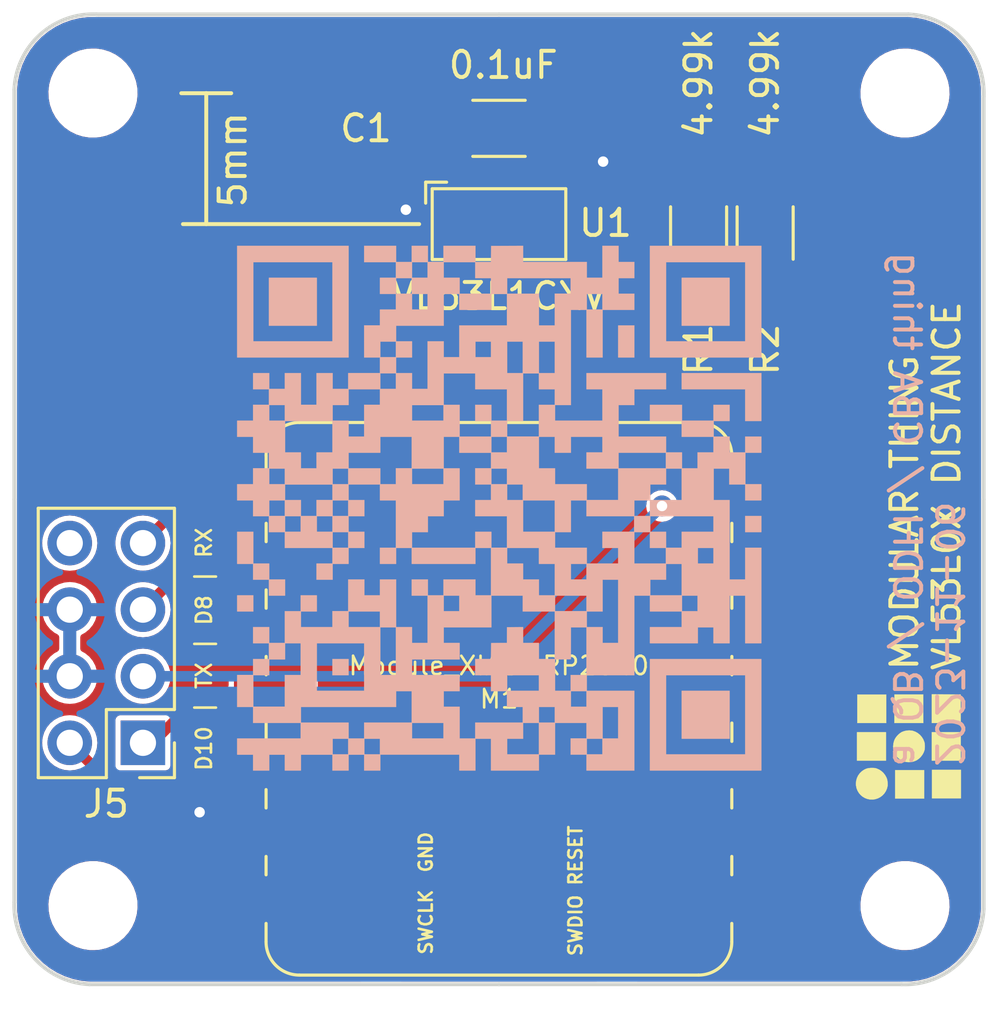
<source format=kicad_pcb>
(kicad_pcb (version 20221018) (generator pcbnew)
  (layers (0 "F.Cu" signal) (31 "B.Cu" signal) (34 "B.Paste" user) (35 "F.Paste" user) (36 "B.SilkS" user "B.Silkscreen") (37 "F.SilkS" user "F.Silkscreen") (38 "B.Mask" user) (39 "F.Mask" user) (44 "Edge.Cuts" user))
  (net 0 "")
  (net 1 "PWR_GND")
  (net 2 "B_P3")
  (net 3 "B_P2")
  (net 10 "PWR_5V")
  (net 11 "PWR_3V3")
  (net 13 "B_TX")
  (net 14 "B_RX")
  (net 18 "XSHUT")
  (net 19 "SDA")
  (net 20 "SCL")
  (footprint "fab:C_1206" (layer "F.Cu") (at 139.7 49.346)
    (fp_text reference "C1" (at -5.08 0) (layer "F.SilkS"))
    (fp_text value "0.1uF" (at 0.165 -2.413) (layer "F.SilkS"))
    (fp_line (start -1 -1.07) (end 1 -1.07) (stroke (width 0.12)) (layer "F.SilkS"))
    (fp_line (start 1 1.07) (end -1 1.07) (stroke (width 0.12)) (layer "F.SilkS"))
    (pad "1" smd rect (at -2 0) (size 2 1.7) (layers "F.Cu" "F.Paste" "F.Mask") (net 11 "PWR_3V3"))
    (pad "2" smd rect (at 2 0) (size 2 1.7) (layers "F.Cu" "F.Paste" "F.Mask") (net 1 "PWR_GND"))
  )
  (footprint "fab:cba_logo" (layer "F.Cu") (at 155.2448 72.7964 90)
    (fp_text reference "Ref**" hide)
    (fp_text value "Val**" hide)
    (fp_poly (pts (xy -1.035539 0.683846) (xy -2.119923 0.683846) (xy -2.119923 -0.420077) (xy -1.035539 -0.420077) (xy -1.035539 0.683846)) (stroke (width 0.01)) (fill solid) (layer "F.SilkS"))
    (fp_poly (pts (xy -1.02577 2.090615) (xy -2.110154 2.090615) (xy -2.110154 0.986692) (xy -1.02577 0.986692) (xy -1.02577 2.090615)) (stroke (width 0.01)) (fill solid) (layer "F.SilkS"))
    (fp_poly (pts (xy 0.410307 -0.77177) (xy -0.674077 -0.77177) (xy -0.674077 -1.875693) (xy 0.410307 -1.875693) (xy 0.410307 -0.77177)) (stroke (width 0.01)) (fill solid) (layer "F.SilkS"))
    (fp_poly (pts (xy 0.410307 2.080846) (xy -0.674077 2.080846) (xy -0.674077 0.976923) (xy 0.410307 0.976923) (xy 0.410307 2.080846)) (stroke (width 0.01)) (fill solid) (layer "F.SilkS"))
    (fp_poly (pts (xy 1.846384 -0.762) (xy 0.762 -0.762) (xy 0.762 -1.865923) (xy 1.846384 -1.865923) (xy 1.846384 -0.762)) (stroke (width 0.01)) (fill solid) (layer "F.SilkS"))
    (fp_poly (pts (xy 1.306634 -0.447025) (xy 1.851269 -0.4445) (xy 1.851269 0.649654) (xy 1.306634 0.652178) (xy 0.762 0.654702) (xy 0.762 -0.449549) (xy 1.306634 -0.447025)) (stroke (width 0.01)) (fill solid) (layer "F.SilkS"))
    (fp_poly (pts (xy 1.853793 1.526442) (xy 1.851269 2.075961) (xy 1.306634 2.078486) (xy 0.762 2.08101) (xy 0.762 0.976923) (xy 1.856316 0.976923) (xy 1.853793 1.526442)) (stroke (width 0.01)) (fill solid) (layer "F.SilkS"))
    (fp_poly (pts (xy -0.027594 -0.488456) (xy 0.077413 -0.461512) (xy 0.144669 -0.433755) (xy 0.20451 -0.398305) (xy 0.266002 -0.350078) (xy 0.324369 -0.293761) (xy 0.374838 -0.234044) (xy 0.412635 -0.175615) (xy 0.417742 -0.165561) (xy 0.451366 -0.077559) (xy 0.4721 0.01787) (xy 0.47931 0.115021) (xy 0.472361 0.20819) (xy 0.463891 0.249505) (xy 0.428741 0.349184) (xy 0.376966 0.441105) (xy 0.31063 0.523203) (xy 0.231801 0.593412) (xy 0.142544 0.649666) (xy 0.044923 0.6899) (xy 0.015043 0.698353) (xy -0.035395 0.706964) (xy -0.097099 0.711312) (xy -0.16232 0.711367) (xy -0.223309 0.707101) (xy -0.268654 0.699425) (xy -0.359662 0.667708) (xy -0.447212 0.619718) (xy -0.527704 0.55836) (xy -0.597539 0.486537) (xy -0.653117 0.407155) (xy -0.669595 0.375932) (xy -0.707633 0.275842) (xy -0.727671 0.173482) (xy -0.73034 0.071011) (xy -0.716273 -0.029412) (xy -0.686101 -0.125627) (xy -0.640457 -0.215473) (xy -0.579972 -0.296793) (xy -0.505278 -0.367425) (xy -0.438752 -0.413009) (xy -0.341622 -0.4592) (xy -0.239276 -0.487223) (xy -0.133878 -0.497) (xy -0.027594 -0.488456)) (stroke (width 0.01)) (fill solid) (layer "F.SilkS"))
    (fp_poly (pts (xy -1.443678 -1.907812) (xy -1.340482 -1.880233) (xy -1.245195 -1.835411) (xy -1.159291 -1.774131) (xy -1.084246 -1.697181) (xy -1.047616 -1.647692) (xy -1.006623 -1.578729) (xy -0.97832 -1.511231) (xy -0.961095 -1.439539) (xy -0.953336 -1.357995) (xy -0.9525 -1.313962) (xy -0.953208 -1.257758) (xy -0.955849 -1.214841) (xy -0.961205 -1.178991) (xy -0.970055 -1.143992) (xy -0.976334 -1.123953) (xy -1.016905 -1.030516) (xy -1.073892 -0.944372) (xy -1.144792 -0.867928) (xy -1.227101 -0.803593) (xy -1.318317 -0.753778) (xy -1.387231 -0.728508) (xy -1.426509 -0.719984) (xy -1.477194 -0.713168) (xy -1.532184 -0.7086) (xy -1.58438 -0.70682) (xy -1.62668 -0.708368) (xy -1.636346 -0.709557) (xy -1.74056 -0.73508) (xy -1.83672 -0.777211) (xy -1.923254 -0.834238) (xy -1.99859 -0.904448) (xy -2.061155 -0.986127) (xy -2.109377 -1.077564) (xy -2.141683 -1.177044) (xy -2.156093 -1.275716) (xy -2.153584 -1.382159) (xy -2.133399 -1.483428) (xy -2.097033 -1.577929) (xy -2.045984 -1.664069) (xy -1.981749 -1.740255) (xy -1.905824 -1.804893) (xy -1.819706 -1.85639) (xy -1.724891 -1.893153) (xy -1.622877 -1.913588) (xy -1.553308 -1.917361) (xy -1.443678 -1.907812)) (stroke (width 0.01)) (fill solid) (layer "F.SilkS"))
  )
  (footprint "fab:Mounting_NEMA17" (layer "F.Cu") (at 139.7 63.5)
    (fp_text reference "REF**" hide)
    (fp_text value "Mounting_NEMA17" hide)
    (pad "" np_thru_hole circle locked (at -15.5 -15.5) (size 3.2 3.2) (drill 3.2) (layers "F&B.Cu" "*.Mask"))
    (pad "" np_thru_hole circle locked (at -15.5 15.5) (size 3.2 3.2) (drill 3.2) (layers "F&B.Cu" "*.Mask"))
    (pad "" np_thru_hole circle locked (at 15.5 -15.5) (size 3.2 3.2) (drill 3.2) (layers "F&B.Cu" "*.Mask"))
    (pad "" np_thru_hole circle locked (at 15.5 15.5) (size 3.2 3.2) (drill 3.2) (layers "F&B.Cu" "*.Mask"))
  )
  (footprint "fab:SeeedStudio_XIAO_RP2040_SMD" (layer "F.Cu") (at 139.7 71.12 180)
    (fp_text reference "M1" (at 0 0 unlocked) (layer "F.SilkS") (effects (font (size 0.7 0.7) (thickness 0.1))))
    (fp_text value "Module_XIAO-RP2040" (at 0.005 1.27 unlocked) (layer "F.SilkS") (effects (font (size 0.7 0.7) (thickness 0.1))))
    (fp_text user "SWCLK" (at 2.794 -8.509 90 unlocked) (layer "F.SilkS") (effects (font (size 0.5 0.5) (thickness 0.1) bold)))
    (fp_text user "GND" (at 2.794 -5.842 90 unlocked) (layer "F.SilkS") (effects (font (size 0.5 0.5) (thickness 0.1) bold)))
    (fp_text user "SWDIO" (at -2.921 -8.636 90 unlocked) (layer "F.SilkS") (effects (font (size 0.5 0.5) (thickness 0.1) bold)))
    (fp_text user "RESET" (at -2.921 -5.969 90 unlocked) (layer "F.SilkS") (effects (font (size 0.5 0.5) (thickness 0.1) bold)))
    (fp_line (start -8.89 -0.9144) (end -8.89 -1.6156) (stroke (width 0.12)) (layer "F.SilkS"))
    (fp_line (start -8.89 1.6256) (end -8.89 0.9244) (stroke (width 0.12)) (layer "F.SilkS"))
    (fp_line (start -8.89 4.1656) (end -8.89 3.4644) (stroke (width 0.12)) (layer "F.SilkS"))
    (fp_line (start -8.89 6.7056) (end -8.89 6.0044) (stroke (width 0.12)) (layer "F.SilkS"))
    (fp_line (start -8.89 9.281) (end -8.89 8.5798) (stroke (width 0.12)) (layer "F.SilkS"))
    (fp_line (start -8.8875 -8.5598) (end -8.8875 -9.261) (stroke (width 0.12)) (layer "F.SilkS"))
    (fp_line (start -8.8875 -6.7056) (end -8.8875 -6.0044) (stroke (width 0.12)) (layer "F.SilkS"))
    (fp_line (start -8.8875 -3.4544) (end -8.8875 -4.1556) (stroke (width 0.12)) (layer "F.SilkS"))
    (fp_line (start -7.6175 -10.531) (end 7.6225 -10.531) (stroke (width 0.12)) (layer "F.SilkS"))
    (fp_line (start 7.6225 10.551) (end -7.6175 10.551) (stroke (width 0.12)) (layer "F.SilkS"))
    (fp_line (start 8.89 -0.9144) (end 8.89 -1.6156) (stroke (width 0.12)) (layer "F.SilkS"))
    (fp_line (start 8.89 1.6256) (end 8.89 0.9244) (stroke (width 0.12)) (layer "F.SilkS"))
    (fp_line (start 8.89 4.1656) (end 8.89 3.4644) (stroke (width 0.12)) (layer "F.SilkS"))
    (fp_line (start 8.89 6.7056) (end 8.89 6.0044) (stroke (width 0.12)) (layer "F.SilkS"))
    (fp_line (start 8.89 9.281) (end 8.89 8.5798) (stroke (width 0.12)) (layer "F.SilkS"))
    (fp_line (start 8.8925 -8.5598) (end 8.8925 -9.261) (stroke (width 0.12)) (layer "F.SilkS"))
    (fp_line (start 8.8925 -6.7056) (end 8.8925 -6.0044) (stroke (width 0.12)) (layer "F.SilkS"))
    (fp_line (start 8.8925 -3.4544) (end 8.8925 -4.1556) (stroke (width 0.12)) (layer "F.SilkS"))
    (fp_arc (start -8.8875 -9.261) (mid -8.515526 -10.159026) (end -7.6175 -10.531) (stroke (width 0.12)) (layer "F.SilkS"))
    (fp_arc (start -7.6175 10.551) (mid -8.515526 10.179026) (end -8.8875 9.281) (stroke (width 0.12)) (layer "F.SilkS"))
    (fp_arc (start 7.6225 -10.531) (mid 8.520526 -10.159026) (end 8.8925 -9.261) (stroke (width 0.12)) (layer "F.SilkS"))
    (fp_arc (start 8.8925 9.281) (mid 8.520526 10.179026) (end 7.6225 10.551) (stroke (width 0.12)) (layer "F.SilkS"))
    (pad "1" smd rect (at -7.615 -7.62 180) (size 3 1.6) (drill (offset -1 0)) (layers "F.Cu" "F.Paste" "F.Mask"))
    (pad "2" smd rect (at -7.615 -5.08 180) (size 3 1.6) (drill (offset -1 0)) (layers "F.Cu" "F.Paste" "F.Mask"))
    (pad "3" smd rect (at -7.615 -2.54 180) (size 3 1.6) (drill (offset -1 0)) (layers "F.Cu" "F.Paste" "F.Mask"))
    (pad "4" smd rect (at -7.615 0 180) (size 3 1.6) (drill (offset -1 0)) (layers "F.Cu" "F.Paste" "F.Mask") (net 18 "XSHUT"))
    (pad "5" smd rect (at -7.615 2.54 180) (size 3 1.6) (drill (offset -1 0)) (layers "F.Cu" "F.Paste" "F.Mask") (net 19 "SDA"))
    (pad "6" smd rect (at -7.615 5.08 180) (size 3 1.6) (drill (offset -1 0)) (layers "F.Cu" "F.Paste" "F.Mask") (net 20 "SCL"))
    (pad "7" smd rect (at -7.615 7.62 180) (size 3 1.6) (drill (offset -1 0)) (layers "F.Cu" "F.Paste" "F.Mask") (net 13 "B_TX"))
    (pad "8" smd rect (at 7.62 7.62 180) (size 3 1.6) (drill (offset 1 0)) (layers "F.Cu" "F.Paste" "F.Mask") (net 14 "B_RX"))
    (pad "9" smd rect (at 7.62 5.08 180) (size 3 1.6) (drill (offset 1 0)) (layers "F.Cu" "F.Paste" "F.Mask") (net 3 "B_P2"))
    (pad "10" smd rect (at 7.62 2.54 180) (size 3 1.6) (drill (offset 1 0)) (layers "F.Cu" "F.Paste" "F.Mask"))
    (pad "11" smd rect (at 7.62 0 180) (size 3 1.6) (drill (offset 1 0)) (layers "F.Cu" "F.Paste" "F.Mask") (net 2 "B_P3"))
    (pad "12" smd rect (at 7.62 -2.54 180) (size 3 1.6) (drill (offset 1 0)) (layers "F.Cu" "F.Paste" "F.Mask") (net 11 "PWR_3V3"))
    (pad "13" smd rect (at 7.62 -5.08 180) (size 3 1.6) (drill (offset 1 0)) (layers "F.Cu" "F.Paste" "F.Mask") (net 1 "PWR_GND"))
    (pad "14" smd rect (at 7.62 -7.62 180) (size 3 1.6) (drill (offset 1 0)) (layers "F.Cu" "F.Paste" "F.Mask") (net 10 "PWR_5V"))
    (pad "15" smd rect (at 1.275 8.89 90) (size 2.4 1.2) (layers "F.Cu" "F.Paste" "F.Mask"))
    (pad "16" smd rect (at -1.265 8.89 90) (size 2.4 1.2) (layers "F.Cu" "F.Paste" "F.Mask"))
    (pad "17" smd circle (at -1.27 -8.5 180) (size 1.2 1.2) (layers "F.Cu" "F.Paste" "F.Mask"))
    (pad "18" smd circle (at -1.27 -5.96 180) (size 1.2 1.2) (layers "F.Cu" "F.Paste" "F.Mask"))
    (pad "19" smd circle (at 1.27 -5.96 180) (size 1.2 1.2) (layers "F.Cu" "F.Paste" "F.Mask"))
    (pad "20" smd circle (at 1.27 -8.5 180) (size 1.2 1.2) (layers "F.Cu" "F.Paste" "F.Mask"))
    (zone (net 0) (net_name "") (layers "F.Cu" "F.Paste" "F.Mask" "User.1") (name "USB_MECHA") (connect_pads (clearance 0)) (min_thickness 0.25)
      (keepout (tracks not_allowed) (vias not_allowed) (pads not_allowed) (copperpour not_allowed) (footprints not_allowed))
      (fill (thermal_gap 0.5) (thermal_bridge_width 0.5))
      (polygon (pts (xy 135.9 77.62) (xy 134.5 77.62) (xy 134.5 75.42) (xy 135.9 75.42)))
    )
    (zone (net 0) (net_name "") (layers "F.Cu" "F.Paste" "F.Mask" "User.1") (name "USB_MECHA") (connect_pads (clearance 0)) (min_thickness 0.25)
      (keepout (tracks not_allowed) (vias not_allowed) (pads not_allowed) (copperpour not_allowed) (footprints not_allowed))
      (fill (thermal_gap 0.5) (thermal_bridge_width 0.5))
      (polygon (pts (xy 135.9 81.67) (xy 134.5 81.67) (xy 134.5 79.62) (xy 135.9 79.62)))
    )
    (zone (net 0) (net_name "") (layers "F.Cu" "F.Paste" "F.Mask" "User.1") (name "USB_MECHA") (connect_pads (clearance 0)) (min_thickness 0.25)
      (keepout (tracks not_allowed) (vias not_allowed) (pads not_allowed) (copperpour not_allowed) (footprints not_allowed))
      (fill (thermal_gap 0.5) (thermal_bridge_width 0.5))
      (polygon (pts (xy 144.9 77.62) (xy 143.5 77.62) (xy 143.5 75.42) (xy 144.9 75.42)))
    )
    (zone (net 0) (net_name "") (layers "F.Cu" "F.Paste" "F.Mask" "User.1") (name "USB_MECHA") (connect_pads (clearance 0)) (min_thickness 0.25)
      (keepout (tracks not_allowed) (vias not_allowed) (pads not_allowed) (copperpour not_allowed) (footprints not_allowed))
      (fill (thermal_gap 0.5) (thermal_bridge_width 0.5))
      (polygon (pts (xy 144.9 81.67) (xy 143.5 81.67) (xy 143.5 79.62) (xy 144.9 79.62)))
    )
  )
  (footprint "fab:R_1206" (layer "F.Cu") (at 149.86 53.34 -90)
    (fp_text reference "R2" (at 4.445 0 90) (layer "F.SilkS"))
    (fp_text value "4.99k" (at -5.715 0 90) (layer "F.SilkS"))
    (fp_line (start -1 -1.07) (end 1 -1.07) (stroke (width 0.12)) (layer "F.SilkS"))
    (fp_line (start 1 1.07) (end -1 1.07) (stroke (width 0.12)) (layer "F.SilkS"))
    (pad "1" smd rect (at -2 0 270) (size 2 1.7) (layers "F.Cu" "F.Paste" "F.Mask") (net 11 "PWR_3V3"))
    (pad "2" smd rect (at 2 0 270) (size 2 1.7) (layers "F.Cu" "F.Paste" "F.Mask") (net 20 "SCL"))
  )
  (footprint "fab:PinHeader_2x04_P2.54mm_Vertical_pinch" (layer "F.Cu") (at 125.98 72.79 180)
    (fp_text reference "J5" (at 1.27 -2.33) (layer "F.SilkS"))
    (fp_text value "Conn_02x04_Odd_Even" hide)
    (fp_line (start -1.33 -1.33) (end 0 -1.33) (stroke (width 0.12)) (layer "F.SilkS"))
    (fp_line (start -1.33 0) (end -1.33 -1.33) (stroke (width 0.12)) (layer "F.SilkS"))
    (fp_line (start -1.33 1.27) (end -1.33 8.95) (stroke (width 0.12)) (layer "F.SilkS"))
    (fp_line (start -1.33 1.27) (end 1.27 1.27) (stroke (width 0.12)) (layer "F.SilkS"))
    (fp_line (start -1.33 8.95) (end 3.87 8.95) (stroke (width 0.12)) (layer "F.SilkS"))
    (fp_line (start 1.27 -1.33) (end 3.87 -1.33) (stroke (width 0.12)) (layer "F.SilkS"))
    (fp_line (start 1.27 1.27) (end 1.27 -1.33) (stroke (width 0.12)) (layer "F.SilkS"))
    (fp_line (start 3.87 -1.33) (end 3.87 8.95) (stroke (width 0.12)) (layer "F.SilkS"))
    (pad "1" thru_hole rect (at -0.127 0 180) (size 1.7 1.7) (drill 1) (layers "*.Cu" "*.Mask") (net 2 "B_P3"))
    (pad "2" thru_hole oval (at 2.667 0 180) (size 1.7 1.7) (drill 1) (layers "*.Cu" "*.Mask") (net 10 "PWR_5V"))
    (pad "3" thru_hole oval (at -0.127 2.54 180) (size 1.7 1.7) (drill 1) (layers "*.Cu" "*.Mask") (net 13 "B_TX"))
    (pad "4" thru_hole oval (at 2.667 2.54 180) (size 1.7 1.7) (drill 1) (layers "*.Cu" "*.Mask") (net 1 "PWR_GND"))
    (pad "5" thru_hole oval (at -0.127 5.08 180) (size 1.7 1.7) (drill 1) (layers "*.Cu" "*.Mask") (net 3 "B_P2"))
    (pad "6" thru_hole oval (at 2.667 5.08 180) (size 1.7 1.7) (drill 1) (layers "*.Cu" "*.Mask") (net 1 "PWR_GND"))
    (pad "7" thru_hole oval (at -0.127 7.62 180) (size 1.7 1.7) (drill 1) (layers "*.Cu" "*.Mask") (net 14 "B_RX"))
    (pad "8" thru_hole oval (at 2.667 7.62 180) (size 1.7 1.7) (drill 1) (layers "*.Cu" "*.Mask"))
  )
  (footprint "Sensor_Distance:ST_VL53L1x" (layer "F.Cu") (at 139.7 53)
    (fp_text reference "U1" (at 4.064 -0.041) (layer "F.SilkS"))
    (fp_text value "VL53L1CXV" (at 0 2.753) (layer "F.SilkS") (effects (font (thickness 0.15) bold)))
    (fp_line (start -2.8 -1.6) (end -2 -1.6) (stroke (width 0.12)) (layer "F.SilkS"))
    (fp_line (start -2.8 -0.8) (end -2.8 -1.6) (stroke (width 0.12)) (layer "F.SilkS"))
    (fp_line (start -2.55 -1.35) (end -2.55 1.35) (stroke (width 0.12)) (layer "F.SilkS"))
    (fp_line (start -2.55 1.35) (end 2.55 1.35) (stroke (width 0.12)) (layer "F.SilkS"))
    (fp_line (start 2.55 -1.35) (end -2.55 -1.35) (stroke (width 0.12)) (layer "F.SilkS"))
    (fp_line (start 2.55 1.35) (end 2.55 -1.35) (stroke (width 0.12)) (layer "F.SilkS"))
    (pad "1" smd roundrect (at -1.74 -0.675) (size 0.38 0.25) (layers "F.Cu" "F.Paste" "F.Mask") (net 11 "PWR_3V3"))
    (pad "1" smd roundrect (at -1.6 -0.8) (size 0.5 0.5) (layers "F.Cu" "F.Paste" "F.Mask") (net 11 "PWR_3V3"))
    (pad "2" smd roundrect (at -0.8 -0.8) (size 0.5 0.5) (layers "F.Cu" "F.Paste" "F.Mask") (net 1 "PWR_GND"))
    (pad "3" smd roundrect (at 0 -0.8) (size 0.5 0.5) (layers "F.Cu" "F.Paste" "F.Mask") (net 1 "PWR_GND"))
    (pad "4" smd roundrect (at 0.8 -0.8) (size 0.5 0.5) (layers "F.Cu" "F.Paste" "F.Mask") (net 1 "PWR_GND"))
    (pad "5" smd roundrect (at 1.6 -0.8) (size 0.5 0.5) (layers "F.Cu" "F.Paste" "F.Mask") (net 18 "XSHUT"))
    (pad "6" smd roundrect (at 1.6 0) (size 0.5 0.5) (layers "F.Cu" "F.Paste" "F.Mask") (net 1 "PWR_GND"))
    (pad "7" smd roundrect (at 1.6 0.8) (size 0.5 0.5) (layers "F.Cu" "F.Paste" "F.Mask"))
    (pad "8" smd roundrect (at 0.8 0.8) (size 0.5 0.5) (layers "F.Cu" "F.Paste" "F.Mask"))
    (pad "9" smd roundrect (at 0 0.8) (size 0.5 0.5) (layers "F.Cu" "F.Paste" "F.Mask") (net 19 "SDA"))
    (pad "10" smd roundrect (at -0.8 0.8) (size 0.5 0.5) (layers "F.Cu" "F.Paste" "F.Mask") (net 20 "SCL"))
    (pad "11" smd roundrect (at -1.6 0.8) (size 0.5 0.5) (layers "F.Cu" "F.Paste" "F.Mask") (net 11 "PWR_3V3"))
    (pad "12" smd roundrect (at -1.6 0) (size 0.5 0.5) (layers "F.Cu" "F.Paste" "F.Mask") (net 1 "PWR_GND"))
  )
  (footprint "fab:R_1206" (layer "F.Cu") (at 147.32 53.34 -90)
    (fp_text reference "R1" (at 4.445 0 90) (layer "F.SilkS"))
    (fp_text value "4.99k" (at -5.715 0 90) (layer "F.SilkS"))
    (fp_line (start -1 -1.07) (end 1 -1.07) (stroke (width 0.12)) (layer "F.SilkS"))
    (fp_line (start 1 1.07) (end -1 1.07) (stroke (width 0.12)) (layer "F.SilkS"))
    (pad "1" smd rect (at -2 0 270) (size 2 1.7) (layers "F.Cu" "F.Paste" "F.Mask") (net 11 "PWR_3V3"))
    (pad "2" smd rect (at 2 0 270) (size 2 1.7) (layers "F.Cu" "F.Paste" "F.Mask") (net 19 "SDA"))
  )
  (footprint "fab:qr_programmer" (layer "B.Cu") (at 139.7 63.5 180)
    (fp_text reference "Ref**" hide)
    (fp_text value "Val**" hide)
    (fp_poly (pts (xy -9.398 -1.250461) (xy -10.013462 -1.250461) (xy -10.013462 -0.635) (xy -9.398 -0.635) (xy -9.398 -1.250461)) (stroke (width 0.01)) (fill solid) (layer "B.SilkS"))
    (fp_poly (pts (xy -6.975231 -9.134231) (xy -8.802077 -9.134231) (xy -8.802077 -7.307384) (xy -6.975231 -7.307384) (xy -6.975231 -9.134231)) (stroke (width 0.01)) (fill solid) (layer "B.SilkS"))
    (fp_poly (pts (xy -6.975231 6.623539) (xy -8.802077 6.623539) (xy -8.802077 8.450385) (xy -6.975231 8.450385) (xy -6.975231 6.623539)) (stroke (width 0.01)) (fill solid) (layer "B.SilkS"))
    (fp_poly (pts (xy -4.552462 5.412154) (xy -5.167923 5.412154) (xy -5.167923 6.633308) (xy -4.552462 6.633308) (xy -4.552462 5.412154)) (stroke (width 0.01)) (fill solid) (layer "B.SilkS"))
    (fp_poly (pts (xy 6.359769 -6.711461) (xy 5.744307 -6.711461) (xy 5.744307 -6.096) (xy 6.359769 -6.096) (xy 6.359769 -6.711461)) (stroke (width 0.01)) (fill solid) (layer "B.SilkS"))
    (fp_poly (pts (xy 8.782538 6.623539) (xy 6.955692 6.623539) (xy 6.955692 8.450385) (xy 8.782538 8.450385) (xy 8.782538 6.623539)) (stroke (width 0.01)) (fill solid) (layer "B.SilkS"))
    (fp_poly (pts (xy 9.993923 -4.278923) (xy 9.378461 -4.278923) (xy 9.378461 -3.663461) (xy 9.993923 -3.663461) (xy 9.993923 -4.278923)) (stroke (width 0.01)) (fill solid) (layer "B.SilkS"))
    (fp_poly (pts (xy -6.975231 4.200769) (xy -9.398 4.200769) (xy -9.398 2.989385) (xy -10.013462 2.989385) (xy -10.013462 4.816231) (xy -6.975231 4.816231) (xy -6.975231 4.200769)) (stroke (width 0.01)) (fill solid) (layer "B.SilkS"))
    (fp_poly (pts (xy -5.763846 -10.345615) (xy -10.013462 -10.345615) (xy -10.013462 -6.711461) (xy -9.398 -6.711461) (xy -9.398 -9.730154) (xy -6.379308 -9.730154) (xy -6.379308 -6.711461) (xy -9.398 -6.711461) (xy -10.013462 -6.711461) (xy -10.013462 -6.096) (xy -5.763846 -6.096) (xy -5.763846 -10.345615)) (stroke (width 0.01)) (fill solid) (layer "B.SilkS"))
    (fp_poly (pts (xy -5.763846 5.412154) (xy -10.013462 5.412154) (xy -10.013462 9.046308) (xy -9.398 9.046308) (xy -9.398 6.027616) (xy -6.379308 6.027616) (xy -6.379308 9.046308) (xy -9.398 9.046308) (xy -10.013462 9.046308) (xy -10.013462 9.671539) (xy -5.763846 9.671539) (xy -5.763846 5.412154)) (stroke (width 0.01)) (fill solid) (layer "B.SilkS"))
    (fp_poly (pts (xy 9.993923 5.412154) (xy 5.744307 5.412154) (xy 5.744307 9.046308) (xy 6.359769 9.046308) (xy 6.359769 6.027616) (xy 9.378461 6.027616) (xy 9.378461 9.046308) (xy 6.359769 9.046308) (xy 5.744307 9.046308) (xy 5.744307 9.671539) (xy 9.993923 9.671539) (xy 9.993923 5.412154)) (stroke (width 0.01)) (fill solid) (layer "B.SilkS"))
    (fp_poly (pts (xy 9.993923 -2.461846) (xy 9.388231 -2.461846) (xy 9.388231 -3.067538) (xy 8.782538 -3.067538) (xy 8.782538 -3.673231) (xy 8.167077 -3.673231) (xy 8.167077 -3.057769) (xy 8.772769 -3.057769) (xy 8.772769 -2.452077) (xy 9.378461 -2.452077) (xy 9.378461 -1.240692) (xy 9.993923 -1.240692) (xy 9.993923 -2.461846)) (stroke (width 0.01)) (fill solid) (layer "B.SilkS"))
    (fp_poly (pts (xy -0.310173 9.66917) (xy 0.297961 9.666654) (xy 0.300543 9.361366) (xy 0.303124 9.056077) (xy 0.898769 9.056077) (xy 0.898769 9.671539) (xy 2.119923 9.671539) (xy 2.119923 9.056077) (xy 2.715846 9.056077) (xy 2.715846 9.671539) (xy 3.331307 9.671539) (xy 3.331307 9.056077) (xy 3.927231 9.056077) (xy 3.927231 9.671539) (xy 5.148384 9.671539) (xy 5.148384 9.046308) (xy 3.937 9.046308) (xy 3.937 8.450385) (xy 4.542692 8.450385) (xy 4.542692 7.834923) (xy 3.937 7.834923) (xy 3.937 7.239) (xy 4.542692 7.239) (xy 4.542692 6.633308) (xy 5.148384 6.633308) (xy 5.148384 5.412154) (xy 4.542692 5.412154) (xy 4.542692 4.816231) (xy 5.754077 4.816231) (xy 5.754077 4.210539) (xy 6.35 4.210539) (xy 6.35 4.816231) (xy 6.965461 4.816231) (xy 6.965461 3.604846) (xy 7.561384 3.604846) (xy 7.561384 4.816231) (xy 8.176846 4.816231) (xy 8.176846 4.210539) (xy 8.772769 4.210539) (xy 8.772769 4.816231) (xy 9.388231 4.816231) (xy 9.388231 4.200769) (xy 8.782538 4.200769) (xy 8.782538 3.604846) (xy 9.388231 3.604846) (xy 9.388231 2.999154) (xy 9.993923 2.999154) (xy 9.993923 2.383693) (xy 9.388231 2.383693) (xy 9.388231 1.778) (xy 8.782538 1.778) (xy 8.782538 1.182077) (xy 9.388231 1.182077) (xy 9.388231 0.576385) (xy 9.993923 0.576385) (xy 9.993923 -0.039077) (xy 9.388231 -0.039077) (xy 9.388231 -0.644769) (xy 8.782538 -0.644769) (xy 8.782538 -1.250461) (xy 8.176846 -1.250461) (xy 8.176846 -1.856154) (xy 6.359769 -1.856154) (xy 6.359769 -2.452077) (xy 6.965461 -2.452077) (xy 6.965461 -3.067538) (xy 6.35 -3.067538) (xy 6.35 -2.461846) (xy 5.744307 -2.461846) (xy 5.744307 -1.856154) (xy 5.138615 -1.856154) (xy 5.138615 -1.250461) (xy 5.754077 -1.250461) (xy 5.754077 -1.846384) (xy 6.35 -1.846384) (xy 6.35 -1.250461) (xy 5.754077 -1.250461) (xy 5.138615 -1.250461) (xy 5.138615 -1.240692) (xy 5.744307 -1.240692) (xy 5.744307 -0.644769) (xy 6.359769 -0.644769) (xy 6.359769 -1.240692) (xy 6.955692 -1.240692) (xy 6.955692 -0.644769) (xy 7.571154 -0.644769) (xy 7.571154 -1.240692) (xy 8.167077 -1.240692) (xy 8.167077 -0.644769) (xy 7.571154 -0.644769) (xy 6.955692 -0.644769) (xy 6.359769 -0.644769) (xy 5.744307 -0.644769) (xy 5.138615 -0.644769) (xy 5.138615 -0.039077) (xy 5.754077 -0.039077) (xy 5.754077 -0.635) (xy 6.35 -0.635) (xy 6.35 -0.039077) (xy 5.754077 -0.039077) (xy 5.138615 -0.039077) (xy 5.138615 -0.029307) (xy 5.744307 -0.029307) (xy 5.744307 0.566616) (xy 6.359769 0.566616) (xy 6.359769 -0.029307) (xy 6.965461 -0.029307) (xy 6.965461 -0.635) (xy 7.561384 -0.635) (xy 7.561384 -0.039077) (xy 8.176846 -0.039077) (xy 8.176846 -0.635) (xy 8.772769 -0.635) (xy 8.772769 -0.039077) (xy 8.176846 -0.039077) (xy 7.561384 -0.039077) (xy 7.561384 -0.029307) (xy 8.167077 -0.029307) (xy 8.167077 0.566616) (xy 6.359769 0.566616) (xy 5.744307 0.566616) (xy 4.542692 0.566616) (xy 4.542692 -0.039077) (xy 3.937 -0.039077) (xy 3.937 -1.846384) (xy 4.542692 -1.846384) (xy 4.542692 -2.461846) (xy 3.927231 -2.461846) (xy 3.927231 -1.856154) (xy 3.331307 -1.856154) (xy 3.331307 -2.461846) (xy 0.898769 -2.461846) (xy 0.898769 -1.856154) (xy 0.302846 -1.856154) (xy 0.302846 -3.663461) (xy 0.898769 -3.663461) (xy 0.898769 -3.057769) (xy 2.119923 -3.057769) (xy 2.119923 -3.663461) (xy 2.715846 -3.663461) (xy 2.715846 -3.057769) (xy 3.331307 -3.057769) (xy 3.331307 -3.673231) (xy 2.725615 -3.673231) (xy 2.725615 -5.480538) (xy 3.321538 -5.480538) (xy 3.321538 -4.884615) (xy 3.937 -4.884615) (xy 3.937 -6.701692) (xy 4.532923 -6.701692) (xy 4.532923 -5.490307) (xy 5.148384 -5.490307) (xy 5.148384 -7.307384) (xy 6.955692 -7.307384) (xy 6.955692 -5.490307) (xy 7.571154 -5.490307) (xy 7.571154 -6.701692) (xy 8.176846 -6.701692) (xy 8.176846 -7.913077) (xy 9.378461 -7.913077) (xy 9.378461 -6.711461) (xy 8.772769 -6.711461) (xy 8.772769 -6.105769) (xy 8.167077 -6.105769) (xy 8.167077 -5.490307) (xy 7.571154 -5.490307) (xy 6.955692 -5.490307) (xy 5.148384 -5.490307) (xy 4.532923 -5.490307) (xy 4.532923 -4.884615) (xy 3.937 -4.884615) (xy 3.321538 -4.884615) (xy 3.321538 -4.874846) (xy 3.927231 -4.874846) (xy 3.927231 -4.278923) (xy 4.542692 -4.278923) (xy 4.542692 -4.874846) (xy 5.744307 -4.874846) (xy 5.744307 -4.278923) (xy 4.542692 -4.278923) (xy 3.927231 -4.278923) (xy 3.927231 -3.057769) (xy 4.542692 -3.057769) (xy 4.542692 -3.663461) (xy 5.138615 -3.663461) (xy 5.138615 -3.057769) (xy 5.754077 -3.057769) (xy 5.754077 -4.269154) (xy 6.359769 -4.269154) (xy 6.359769 -4.874846) (xy 7.561384 -4.874846) (xy 7.561384 -4.278923) (xy 6.955692 -4.278923) (xy 6.955692 -3.663461) (xy 7.571154 -3.663461) (xy 7.571154 -4.269154) (xy 8.176846 -4.269154) (xy 8.176846 -5.480538) (xy 8.772769 -5.480538) (xy 8.772769 -4.874846) (xy 9.388231 -4.874846) (xy 9.388231 -5.490307) (xy 8.782538 -5.490307) (xy 8.782538 -6.096) (xy 9.388231 -6.096) (xy 9.388231 -6.701692) (xy 9.993923 -6.701692) (xy 9.993923 -7.922846) (xy 9.388231 -7.922846) (xy 9.388231 -8.528538) (xy 7.571154 -8.528538) (xy 7.571154 -9.124461) (xy 9.993923 -9.124461) (xy 9.993923 -9.739923) (xy 9.388231 -9.739923) (xy 9.388231 -10.345615) (xy 8.772769 -10.345615) (xy 8.772769 -9.739923) (xy 8.176846 -9.739923) (xy 8.176846 -10.345615) (xy 7.561384 -10.345615) (xy 7.561384 -9.739923) (xy 6.359769 -9.739923) (xy 6.359769 -10.345615) (xy 5.744307 -10.345615) (xy 5.744307 -9.739923) (xy 5.148384 -9.739923) (xy 5.148384 -10.345615) (xy 4.532923 -10.345615) (xy 4.532923 -9.739923) (xy 1.514231 -9.739923) (xy 1.514231 -10.345615) (xy 0.898769 -10.345615) (xy 0.898769 -9.134231) (xy 4.542692 -9.134231) (xy 4.542692 -9.730154) (xy 5.138615 -9.730154) (xy 5.138615 -9.134231) (xy 5.754077 -9.134231) (xy 5.754077 -9.730154) (xy 6.35 -9.730154) (xy 6.35 -9.134231) (xy 5.754077 -9.134231) (xy 5.138615 -9.134231) (xy 4.542692 -9.134231) (xy 0.898769 -9.134231) (xy 0.302846 -9.134231) (xy 0.302846 -10.345615) (xy -1.524 -10.345615) (xy -1.524 -9.739923) (xy -2.139462 -9.739923) (xy -2.139462 -8.528538) (xy -1.524 -8.528538) (xy -1.524 -9.730154) (xy -0.312616 -9.730154) (xy -0.312616 -9.134231) (xy -0.918308 -9.134231) (xy -0.918308 -8.528538) (xy -1.524 -8.528538) (xy -2.139462 -8.528538) (xy -3.341077 -8.528538) (xy -3.341077 -9.124461) (xy -2.735385 -9.124461) (xy -2.735385 -9.739923) (xy -3.341077 -9.739923) (xy -3.341077 -10.345615) (xy -5.167923 -10.345615) (xy -5.167923 -9.134231) (xy -3.946769 -9.134231) (xy -3.946769 -9.730154) (xy -3.350846 -9.730154) (xy -3.350846 -9.134231) (xy -3.946769 -9.134231) (xy -5.167923 -9.134231) (xy -5.167923 -7.922846) (xy -4.552462 -7.922846) (xy -4.552462 -9.124461) (xy -3.956539 -9.124461) (xy -3.956539 -7.922846) (xy -2.129693 -7.922846) (xy -2.129693 -8.518769) (xy -1.524 -8.518769) (xy -1.524 -7.922846) (xy -2.129693 -7.922846) (xy -3.956539 -7.922846) (xy -4.552462 -7.922846) (xy -5.167923 -7.922846) (xy -5.167923 -7.317154) (xy -3.341077 -7.317154) (xy -3.341077 -7.913077) (xy -2.745154 -7.913077) (xy -2.745154 -7.317154) (xy -3.341077 -7.317154) (xy -5.167923 -7.317154) (xy -5.167923 -7.307384) (xy -3.350846 -7.307384) (xy -3.350846 -6.711461) (xy -5.167923 -6.711461) (xy -5.167923 -3.673231) (xy -5.763846 -3.673231) (xy -5.763846 -4.278923) (xy -6.975231 -4.278923) (xy -6.975231 -4.874846) (xy -5.763846 -4.874846) (xy -5.763846 -5.490307) (xy -7.590693 -5.490307) (xy -7.590693 -4.884615) (xy -8.186616 -4.884615) (xy -8.186616 -5.490307) (xy -8.802077 -5.490307) (xy -8.802077 -3.673231) (xy -7.580923 -3.673231) (xy -7.580923 -4.269154) (xy -6.985 -4.269154) (xy -6.985 -3.673231) (xy -7.580923 -3.673231) (xy -8.802077 -3.673231) (xy -9.398 -3.673231) (xy -9.398 -5.490307) (xy -10.013462 -5.490307) (xy -10.013462 -1.846384) (xy -9.398 -1.846384) (xy -9.398 -3.057769) (xy -8.802077 -3.057769) (xy -8.802077 -2.461846) (xy -6.975231 -2.461846) (xy -6.975231 -3.663461) (xy -5.773616 -3.663461) (xy -5.773616 -3.067538) (xy -4.552462 -3.067538) (xy -4.552462 -5.480538) (xy -3.956539 -5.480538) (xy -3.956539 -4.884615) (xy -3.341077 -4.884615) (xy -3.341077 -6.701692) (xy -2.735385 -6.701692) (xy -2.735385 -7.307384) (xy -2.139462 -7.307384) (xy -2.139462 -6.711461) (xy -1.524 -6.711461) (xy -1.524 -7.307384) (xy -0.312616 -7.307384) (xy -0.312616 -6.711461) (xy -1.524 -6.711461) (xy -2.139462 -6.711461) (xy -2.139462 -6.106051) (xy -2.439866 -6.103468) (xy -2.740269 -6.100884) (xy -2.742786 -5.49275) (xy -2.745302 -4.884615) (xy -3.341077 -4.884615) (xy -3.956539 -4.884615) (xy -3.956539 -4.874846) (xy -3.350846 -4.874846) (xy -3.350846 -4.278923) (xy -2.129693 -4.278923) (xy -2.129693 -6.096) (xy -1.524 -6.096) (xy -1.524 -5.480538) (xy -0.918308 -5.480538) (xy -0.918308 -4.874568) (xy -0.613019 -4.877149) (xy -0.307731 -4.879731) (xy -0.305148 -5.179993) (xy -0.302564 -5.480256) (xy -0.002302 -5.48284) (xy 0.297961 -5.485423) (xy 0.300543 -5.790711) (xy 0.303124 -6.096) (xy 0.908538 -6.096) (xy 0.908538 -6.711461) (xy 0.302846 -6.711461) (xy 0.302846 -7.317154) (xy -0.302846 -7.317154) (xy -0.302846 -7.922846) (xy -0.908539 -7.922846) (xy -0.908539 -8.518769) (xy 0.908538 -8.518769) (xy 0.908538 -9.124461) (xy 1.504461 -9.124461) (xy 1.504461 -8.528538) (xy 2.119923 -8.528538) (xy 2.119923 -9.124461) (xy 3.321538 -9.124461) (xy 3.321538 -8.528538) (xy 2.119923 -8.528538) (xy 1.504461 -8.528538) (xy 1.504461 -7.913077) (xy 2.110154 -7.913077) (xy 2.110154 -7.317154) (xy 3.331307 -7.317154) (xy 3.331307 -8.518769) (xy 5.148384 -8.518769) (xy 5.148384 -9.124461) (xy 5.744307 -9.124461) (xy 5.744307 -8.518769) (xy 7.561384 -8.518769) (xy 7.561384 -7.922846) (xy 3.927231 -7.922846) (xy 3.927231 -7.317154) (xy 3.331307 -7.317154) (xy 2.110154 -7.317154) (xy 1.504461 -7.317154) (xy 1.504461 -6.701692) (xy 3.321538 -6.701692) (xy 3.321538 -6.105769) (xy 1.504461 -6.105769) (xy 1.504461 -5.480538) (xy 2.110154 -5.480538) (xy 2.110154 -4.884615) (xy 0.293077 -4.884615) (xy 0.293077 -3.673231) (xy 1.514231 -3.673231) (xy 1.514231 -4.269154) (xy 2.110154 -4.269154) (xy 2.110154 -3.673231) (xy 1.514231 -3.673231) (xy 0.293077 -3.673231) (xy -0.908539 -3.673231) (xy -0.908539 -4.278923) (xy -2.129693 -4.278923) (xy -3.350846 -4.278923) (xy -3.956539 -4.278923) (xy -3.956539 -3.673231) (xy -3.341077 -3.673231) (xy -3.341077 -4.269154) (xy -2.139462 -4.269154) (xy -2.139462 -3.673231) (xy -3.341077 -3.673231) (xy -3.956539 -3.673231) (xy -3.956539 -3.067538) (xy -4.552462 -3.067538) (xy -5.773616 -3.067538) (xy -6.379308 -3.067538) (xy -6.379308 -2.461846) (xy -3.341077 -2.461846) (xy -3.341077 -3.057769) (xy -2.745154 -3.057769) (xy -2.745154 -2.461846) (xy -2.129693 -2.461846) (xy -2.129693 -3.663461) (xy -1.524 -3.663461) (xy -1.524 -3.057769) (xy -0.918308 -3.057769) (xy -0.918308 -2.452077) (xy -0.312616 -2.452077) (xy -0.312616 -1.856154) (xy -1.524 -1.856154) (xy -1.524 -2.461846) (xy -2.129693 -2.461846) (xy -2.745154 -2.461846) (xy -3.341077 -2.461846) (xy -6.379308 -2.461846) (xy -6.975231 -2.461846) (xy -8.802077 -2.461846) (xy -8.802077 -1.856154) (xy -8.186616 -1.856154) (xy -8.186616 -2.452077) (xy -7.590693 -2.452077) (xy -7.590693 -1.856154) (xy -6.369539 -1.856154) (xy -6.369539 -2.452077) (xy -5.167923 -2.452077) (xy -5.167923 -1.250461) (xy -5.763846 -1.250461) (xy -5.763846 -1.856154) (xy -6.369539 -1.856154) (xy -7.590693 -1.856154) (xy -8.186616 -1.856154) (xy -8.802077 -1.856154) (xy -8.802077 -0.644769) (xy -8.186616 -0.644769) (xy -8.186616 -1.240692) (xy -6.975231 -1.240692) (xy -6.975231 -1.846384) (xy -6.379308 -1.846384) (xy -6.379308 -1.240692) (xy -5.773616 -1.240692) (xy -5.773616 -0.644769) (xy -5.158154 -0.644769) (xy -5.158154 -1.240692) (xy -3.946769 -1.240692) (xy -3.946769 -1.856154) (xy -4.552462 -1.856154) (xy -4.552462 -2.452077) (xy -3.350846 -2.452077) (xy -3.350846 -1.846384) (xy -2.139462 -1.846384) (xy -2.139462 -1.250461) (xy -2.745154 -1.250461) (xy -2.745154 -0.039077) (xy -2.129693 -0.039077) (xy -2.129693 -1.240692) (xy -0.918308 -1.240692) (xy -0.918308 -0.644769) (xy -0.302846 -0.644769) (xy -0.302846 -1.846384) (xy 0.293077 -1.846384) (xy 0.293077 -1.240692) (xy 0.908538 -1.240692) (xy 0.908538 -1.846384) (xy 3.321538 -1.846384) (xy 3.321538 -1.250461) (xy 2.715846 -1.250461) (xy 2.715846 -0.644769) (xy 2.110154 -0.644769) (xy 2.110154 -0.039077) (xy 1.504461 -0.039077) (xy 1.504461 1.172308) (xy 2.119923 1.172308) (xy 2.119923 0.576385) (xy 3.321538 0.576385) (xy 3.321538 1.172308) (xy 2.119923 1.172308) (xy 1.504461 1.172308) (xy 1.504461 1.182077) (xy 2.110154 1.182077) (xy 2.110154 2.383693) (xy 3.331307 2.383693) (xy 3.331307 1.182077) (xy 3.937 1.182077) (xy 3.937 0.576385) (xy 4.532923 0.576385) (xy 4.532923 1.172308) (xy 5.754077 1.172308) (xy 5.754077 0.576385) (xy 6.35 0.576385) (xy 6.35 1.172308) (xy 8.176846 1.172308) (xy 8.176846 0.576385) (xy 8.772769 0.576385) (xy 8.772769 1.172308) (xy 8.176846 1.172308) (xy 6.35 1.172308) (xy 5.754077 1.172308) (xy 4.532923 1.172308) (xy 4.532923 1.182077) (xy 5.744307 1.182077) (xy 5.744307 1.778) (xy 4.532923 1.778) (xy 4.532923 2.383693) (xy 3.331307 2.383693) (xy 2.110154 2.383693) (xy 1.514231 2.383693) (xy 1.514231 1.778) (xy 0.302846 1.778) (xy 0.302846 1.182077) (xy 0.908538 1.182077) (xy 0.908538 0.566616) (xy 0.302846 0.566616) (xy 0.302846 -0.029307) (xy 0.908538 -0.029307) (xy 0.908538 -0.644769) (xy -0.302846 -0.644769) (xy -0.918308 -0.644769) (xy -0.918308 -0.039077) (xy -2.129693 -0.039077) (xy -2.745154 -0.039077) (xy -3.341077 -0.039077) (xy -3.341077 -0.644769) (xy -5.158154 -0.644769) (xy -5.773616 -0.644769) (xy -8.186616 -0.644769) (xy -8.802077 -0.644769) (xy -8.802077 -0.039077) (xy -5.763846 -0.039077) (xy -5.763846 -0.635) (xy -5.167923 -0.635) (xy -5.167923 -0.039077) (xy -5.763846 -0.039077) (xy -8.802077 -0.039077) (xy -8.802077 -0.029307) (xy -8.196385 -0.029307) (xy -8.196385 1.172308) (xy -6.975231 1.172308) (xy -6.975231 -0.029307) (xy -5.773616 -0.029307) (xy -5.773616 0.566616) (xy -6.379308 0.566616) (xy -6.379308 1.172308) (xy -4.552462 1.172308) (xy -4.552462 -0.029307) (xy -3.350846 -0.029307) (xy -3.350846 0.566616) (xy -0.908539 0.566616) (xy -0.908539 -0.029307) (xy -0.312616 -0.029307) (xy -0.312616 0.566616) (xy -0.908539 0.566616) (xy -3.350846 0.566616) (xy -3.350846 0.576385) (xy -2.139462 0.576385) (xy -2.139462 1.172308) (xy -0.302846 1.172308) (xy -0.302846 0.576385) (xy 0.293077 0.576385) (xy 0.293077 1.172308) (xy -0.302846 1.172308) (xy -2.139462 1.172308) (xy -2.139462 1.182077) (xy -1.524 1.182077) (xy -1.524 2.383693) (xy -0.302846 2.383693) (xy -0.302846 1.787769) (xy 0.293077 1.787769) (xy 0.293077 2.383693) (xy -0.302846 2.383693) (xy -1.524 2.383693) (xy -2.129693 2.383693) (xy -2.129693 1.778) (xy -2.745154 1.778) (xy -2.745154 2.383693) (xy -3.946769 2.383693) (xy -3.946769 1.787769) (xy -3.341077 1.787769) (xy -3.341077 1.172308) (xy -4.552462 1.172308) (xy -6.379308 1.172308) (xy -6.975231 1.172308) (xy -8.196385 1.172308) (xy -8.792308 1.172308) (xy -8.792308 0.566616) (xy -9.398 0.566616) (xy -9.398 -0.039077) (xy -10.013462 -0.039077) (xy -10.013462 0.576385) (xy -9.407769 0.576385) (xy -9.407769 1.778) (xy -10.013462 1.778) (xy -10.013462 2.393462) (xy -9.398 2.393462) (xy -9.398 1.787769) (xy -8.802077 1.787769) (xy -8.802077 2.393462) (xy -8.196385 2.393462) (xy -8.196385 2.989385) (xy -8.802077 2.989385) (xy -8.802077 3.604846) (xy -8.186616 3.604846) (xy -8.186616 2.999154) (xy -6.985 2.999154) (xy -6.985 3.604846) (xy -5.763846 3.604846) (xy -5.763846 2.989385) (xy -6.975231 2.989385) (xy -6.975231 2.383693) (xy -8.186616 2.383693) (xy -8.186616 1.787769) (xy -7.580923 1.787769) (xy -7.580923 1.182077) (xy -6.985 1.182077) (xy -6.985 1.778) (xy -6.369539 1.778) (xy -6.369539 1.182077) (xy -4.562231 1.182077) (xy -4.562231 1.778) (xy -6.369539 1.778) (xy -6.985 1.778) (xy -6.985 1.787769) (xy -6.379308 1.787769) (xy -6.379308 2.393462) (xy -4.562231 2.393462) (xy -4.562231 3.595077) (xy -5.167923 3.595077) (xy -5.167923 4.200769) (xy -6.379308 4.200769) (xy -6.379308 4.816231) (xy -3.341077 4.816231) (xy -3.341077 4.200769) (xy -3.946769 4.200769) (xy -3.946769 2.999154) (xy -2.139462 2.999154) (xy -2.139462 3.595077) (xy -2.745154 3.595077) (xy -2.745154 4.200769) (xy -2.129693 4.200769) (xy -2.129693 3.604846) (xy -1.524 3.604846) (xy -1.524 2.393462) (xy -0.312616 2.393462) (xy -0.312616 2.989385) (xy -0.918308 2.989385) (xy -0.918308 4.200769) (xy -0.302846 4.200769) (xy -0.302846 2.999154) (xy 0.293077 2.999154) (xy 0.293077 3.604846) (xy 0.908538 3.604846) (xy 0.908538 2.989385) (xy 0.302846 2.989385) (xy 0.302846 2.393462) (xy 1.504461 2.393462) (xy 1.504461 3.595077) (xy 2.119923 3.595077) (xy 2.119923 2.999154) (xy 3.321538 2.999154) (xy 3.321538 3.595077) (xy 2.119923 3.595077) (xy 1.504461 3.595077) (xy 1.504461 3.604846) (xy 2.110154 3.604846) (xy 2.110154 4.200769) (xy 4.542692 4.200769) (xy 4.542692 3.604846) (xy 5.148384 3.604846) (xy 5.148384 2.393462) (xy 5.744307 2.393462) (xy 5.744307 2.989385) (xy 6.359769 2.989385) (xy 6.359769 1.787769) (xy 6.965461 1.787769) (xy 6.965461 1.182077) (xy 7.561384 1.182077) (xy 7.561384 1.787769) (xy 8.167077 1.787769) (xy 8.167077 2.989385) (xy 6.359769 2.989385) (xy 5.744307 2.989385) (xy 5.744307 2.999154) (xy 6.35 2.999154) (xy 6.35 3.595077) (xy 8.176846 3.595077) (xy 8.176846 2.999154) (xy 8.772769 2.999154) (xy 8.772769 3.595077) (xy 8.176846 3.595077) (xy 6.35 3.595077) (xy 5.744307 3.595077) (xy 5.744307 4.200769) (xy 4.542692 4.200769) (xy 2.110154 4.200769) (xy 2.110154 4.806462) (xy 0.908538 4.806462) (xy 0.908538 4.200769) (xy -0.302846 4.200769) (xy -0.918308 4.200769) (xy -0.918308 4.806462) (xy -1.524 4.806462) (xy -1.524 4.200769) (xy -2.129693 4.200769) (xy -2.745154 4.200769) (xy -2.745154 6.017846) (xy -2.129693 6.017846) (xy -2.129693 4.816231) (xy -1.524 4.816231) (xy -1.524 6.017846) (xy -0.908539 6.017846) (xy -0.908539 4.816231) (xy -0.312616 4.816231) (xy -0.312616 6.017846) (xy 0.302846 6.017846) (xy 0.302846 5.421923) (xy 0.898769 5.421923) (xy 0.898769 6.017846) (xy 0.302846 6.017846) (xy -0.312616 6.017846) (xy -0.908539 6.017846) (xy -1.524 6.017846) (xy -2.129693 6.017846) (xy -2.745154 6.017846) (xy -2.745154 7.229231) (xy -3.341077 7.229231) (xy -3.341077 5.412154) (xy -3.956539 5.412154) (xy -3.956539 7.229231) (xy -5.167923 7.229231) (xy -5.167923 7.834923) (xy -3.946769 7.834923) (xy -3.946769 7.239) (xy -3.350846 7.239) (xy -3.350846 7.834923) (xy -3.946769 7.834923) (xy -5.167923 7.834923) (xy -5.167923 7.844693) (xy -4.562231 7.844693) (xy -4.562231 8.440616) (xy -2.735385 8.440616) (xy -2.735385 7.844693) (xy -2.129693 7.844693) (xy -2.129693 6.633308) (xy -1.524 6.633308) (xy -1.524 7.834923) (xy -0.302846 7.834923) (xy -0.302846 6.633308) (xy 1.514231 6.633308) (xy 1.514231 5.421923) (xy 2.110154 5.421923) (xy 2.110154 6.027616) (xy 2.725615 6.027616) (xy 2.725615 4.210539) (xy 3.321538 4.210539) (xy 3.321538 4.806462) (xy 3.937 4.806462) (xy 3.937 4.210539) (xy 4.532923 4.210539) (xy 4.532923 4.806462) (xy 3.937 4.806462) (xy 3.321538 4.806462) (xy 3.321538 4.816231) (xy 3.927231 4.816231) (xy 3.927231 5.412154) (xy 3.321538 5.412154) (xy 3.321538 6.017846) (xy 3.937 6.017846) (xy 3.937 5.421923) (xy 4.532923 5.421923) (xy 4.532923 6.017846) (xy 3.937 6.017846) (xy 3.321538 6.017846) (xy 3.321538 6.027616) (xy 3.927231 6.027616) (xy 3.927231 6.623539) (xy 2.110154 6.623539) (xy 2.110154 7.834923) (xy 2.725615 7.834923) (xy 2.725615 7.239) (xy 3.321538 7.239) (xy 3.321538 7.834923) (xy 2.725615 7.834923) (xy 2.110154 7.834923) (xy 1.514231 7.834923) (xy 1.514231 7.229231) (xy 0.293077 7.229231) (xy 0.293077 7.834923) (xy -0.302846 7.834923) (xy -1.524 7.834923) (xy -1.524 7.844693) (xy -0.312616 7.844693) (xy -0.312616 8.440616) (xy 0.302846 8.440616) (xy 0.302846 7.844693) (xy 1.504461 7.844693) (xy 1.504461 8.440616) (xy 3.331307 8.440616) (xy 3.331307 7.844693) (xy 3.927231 7.844693) (xy 3.927231 8.440616) (xy 3.331307 8.440616) (xy 1.504461 8.440616) (xy 1.504461 8.450385) (xy 2.110154 8.450385) (xy 2.110154 9.046308) (xy 2.725615 9.046308) (xy 2.725615 8.450385) (xy 3.321538 8.450385) (xy 3.321538 9.046308) (xy 2.725615 9.046308) (xy 2.110154 9.046308) (xy 0.908538 9.046308) (xy 0.908538 8.440616) (xy 0.302846 8.440616) (xy -0.312616 8.440616) (xy -2.735385 8.440616) (xy -4.562231 8.440616) (xy -5.167923 8.440616) (xy -5.167923 9.056077) (xy -4.562231 9.056077) (xy -4.562231 9.671539) (xy -3.946769 9.671539) (xy -3.946769 8.450385) (xy -3.350846 8.450385) (xy -3.350846 9.056077) (xy -0.918308 9.056077) (xy -0.918308 9.671687) (xy -0.310173 9.66917)) (stroke (width 0.01)) (fill solid) (layer "B.SilkS"))
  )
  (gr_line (start 127.635 53) (end 136.652 53) (stroke (width 0.15)) (layer "F.SilkS"))
  (gr_line (start 127.5715 48.006) (end 129.4765 48.006) (stroke (width 0.15)) (layer "F.SilkS"))
  (gr_line (start 128.524 48) (end 128.524 53) (stroke (width 0.15)) (layer "F.SilkS"))
  (gr_line (start 155.329999 45) (end 139.7 45) (stroke (width 0.15)) (layer "Edge.Cuts"))
  (gr_line (start 121.2 63.5) (end 121.2 78.869999) (stroke (width 0.15)) (layer "Edge.Cuts"))
  (gr_line (start 139.7 45) (end 124.330001 45) (stroke (width 0.15)) (layer "Edge.Cuts"))
  (gr_arc (start 121.2 47.870001) (mid 122.170603 45.786756) (end 124.330001 45) (stroke (width 0.15)) (layer "Edge.Cuts"))
  (gr_line (start 158.2 63.5) (end 158.2 48.130001) (stroke (width 0.15)) (layer "Edge.Cuts"))
  (gr_line (start 124.070001 82) (end 139.7 82) (stroke (width 0.15)) (layer "Edge.Cuts"))
  (gr_line (start 158.2 79.129999) (end 158.2 63.5) (stroke (width 0.15)) (layer "Edge.Cuts"))
  (gr_arc (start 124.070001 82) (mid 121.986756 81.029396) (end 121.2 78.869999) (stroke (width 0.15)) (layer "Edge.Cuts"))
  (gr_line (start 121.2 47.870001) (end 121.2 63.5) (stroke (width 0.15)) (layer "Edge.Cuts"))
  (gr_arc (start 155.329999 45) (mid 157.413244 45.970604) (end 158.2 48.130001) (stroke (width 0.15)) (layer "Edge.Cuts"))
  (gr_arc (start 158.2 79.129999) (mid 157.229396 81.213244) (end 155.069999 82) (stroke (width 0.15)) (layer "Edge.Cuts"))
  (gr_line (start 139.7 82) (end 155.069999 82) (stroke (width 0.15)) (layer "Edge.Cuts"))
  (gr_text "2023-11-06\na QB / ODFI / CBA thing" (at 154.686 73.787 270) (layer "B.SilkS") (effects (font (size 1 1)) (justify left bottom mirror)))
  (gr_text "5mm" (at 129.54 50.546 90) (layer "F.SilkS") (effects (font (size 1 1))))
  (gr_text "MODULAR THING\nVL53L0X DISTANCE" (at 157.3784 70.104 90) (layer "F.SilkS") (effects (font (size 1 1)) (justify left bottom)))
  (gr_text "D10 | TX | D8 | RX" (at 128.778 73.914 90) (layer "F.SilkS") (effects (font (size 0.58 0.58) (thickness 0.1)) (justify left bottom)))
  (segment (start 139.7 51.346) (end 139.7 52.2) (width 0.25) (layer "F.Cu") (net 1))
  (segment (start 129.032 76.2) (end 128.27 75.438) (width 0.4) (layer "F.Cu") (net 1))
  (segment (start 136.693 53) (end 136.144 52.451) (width 0.25) (layer "F.Cu") (net 1))
  (segment (start 138.516 53) (end 138.9 52.616) (width 0.25) (layer "F.Cu") (net 1))
  (segment (start 140.5 52.2) (end 140.5 52.743) (width 0.25) (layer "F.Cu") (net 1))
  (segment (start 138.1 53) (end 138.516 53) (width 0.25) (layer "F.Cu") (net 1))
  (segment (start 139.7 52.2) (end 140.5 52.2) (width 0.25) (layer "F.Cu") (net 1))
  (segment (start 140.757 53) (end 141.3 53) (width 0.25) (layer "F.Cu") (net 1))
  (segment (start 132.08 76.2) (end 129.032 76.2) (width 0.4) (layer "F.Cu") (net 1))
  (segment (start 138.9 52.2) (end 139.7 52.2) (width 0.25) (layer "F.Cu") (net 1))
  (segment (start 138.1 53) (end 136.693 53) (width 0.25) (layer "F.Cu") (net 1))
  (segment (start 141.7 49.346) (end 139.7 51.346) (width 0.25) (layer "F.Cu") (net 1))
  (segment (start 143.675 50.616) (end 142.405 49.346) (width 0.25) (layer "F.Cu") (net 1))
  (segment (start 123.313 70.25) (end 123.313 67.71) (width 0.4) (layer "F.Cu") (net 1))
  (segment (start 140.5 52.743) (end 140.757 53) (width 0.25) (layer "F.Cu") (net 1))
  (segment (start 138.9 52.616) (end 138.9 52.2) (width 0.25) (layer "F.Cu") (net 1))
  (via (at 128.27 75.438) (size 0.8) (drill 0.4) (layers "F.Cu" "B.Cu") (net 1))
  (via (at 136.144 52.451) (size 0.8) (drill 0.4) (layers "F.Cu" "B.Cu") (net 1))
  (via (at 143.675 50.616) (size 0.8) (drill 0.4) (layers "F.Cu" "B.Cu") (net 1))
  (segment (start 126.473 72.79) (end 126.107 72.79) (width 0.4) (layer "F.Cu") (net 2))
  (segment (start 128.143 71.12) (end 126.473 72.79) (width 0.4) (layer "F.Cu") (net 2))
  (segment (start 132.08 71.12) (end 128.143 71.12) (width 0.4) (layer "F.Cu") (net 2))
  (segment (start 127.777 66.04) (end 132.08 66.04) (width 0.4) (layer "F.Cu") (net 3))
  (segment (start 126.107 67.71) (end 127.777 66.04) (width 0.4) (layer "F.Cu") (net 3))
  (segment (start 123.313 72.79) (end 129.263 78.74) (width 0.4) (layer "F.Cu") (net 10))
  (segment (start 129.263 78.74) (end 132.08 78.74) (width 0.4) (layer "F.Cu") (net 10))
  (segment (start 147.061 63.754) (end 145.923 63.754) (width 0.4) (layer "F.Cu") (net 13))
  (segment (start 147.315 63.5) (end 147.061 63.754) (width 0.4) (layer "F.Cu") (net 13))
  (via (at 145.923 63.754) (size 0.8) (drill 0.4) (layers "F.Cu" "B.Cu") (net 13))
  (segment (start 126.107 70.25) (end 139.427 70.25) (width 0.4) (layer "B.Cu") (net 13))
  (segment (start 139.427 70.25) (end 145.923 63.754) (width 0.4) (layer "B.Cu") (net 13))
  (segment (start 127.777 63.5) (end 132.08 63.5) (width 0.4) (layer "F.Cu") (net 14))
  (segment (start 126.107 65.17) (end 127.777 63.5) (width 0.4) (layer "F.Cu") (net 14))
  (segment (start 141.862 52.2) (end 141.3 52.2) (width 0.25) (layer "F.Cu") (net 18))
  (segment (start 149.352 71.12) (end 151.892 68.58) (width 0.25) (layer "F.Cu") (net 18))
  (segment (start 151.892 68.58) (end 151.892 54.356) (width 0.25) (layer "F.Cu") (net 18))
  (segment (start 150.876 53.34) (end 143.002 53.34) (width 0.25) (layer "F.Cu") (net 18))
  (segment (start 151.892 54.356) (end 150.876 53.34) (width 0.25) (layer "F.Cu") (net 18))
  (segment (start 147.315 71.12) (end 149.352 71.12) (width 0.25) (layer "F.Cu") (net 18))
  (segment (start 143.002 53.34) (end 141.862 52.2) (width 0.25) (layer "F.Cu") (net 18))
  (segment (start 146.521499 54.541499) (end 147.32 55.34) (width 0.25) (layer "F.Cu") (net 19))
  (segment (start 151.442499 54.542189) (end 151.442499 66.489501) (width 0.25) (layer "F.Cu") (net 19))
  (segment (start 151.442499 66.489501) (end 149.352 68.58) (width 0.25) (layer "F.Cu") (net 19))
  (segment (start 150.74831 53.848) (end 151.442499 54.542189) (width 0.25) (layer "F.Cu") (net 19))
  (segment (start 139.535 53.845396) (end 140.231103 54.541499) (width 0.25) (layer "F.Cu") (net 19))
  (segment (start 147.32 55.34) (end 147.32 54.5305) (width 0.25) (layer "F.Cu") (net 19))
  (segment (start 140.231103 54.541499) (end 146.521499 54.541499) (width 0.25) (layer "F.Cu") (net 19))
  (segment (start 148.0025 53.848) (end 150.74831 53.848) (width 0.25) (layer "F.Cu") (net 19))
  (segment (start 149.352 68.58) (end 147.315 68.58) (width 0.25) (layer "F.Cu") (net 19))
  (segment (start 147.32 54.5305) (end 148.0025 53.848) (width 0.25) (layer "F.Cu") (net 19))
  (segment (start 139.535 53.759) (end 139.535 53.845396) (width 0.25) (layer "F.Cu") (net 19))
  (segment (start 150.876 65.024) (end 150.876 56.356) (width 0.25) (layer "F.Cu") (net 20))
  (segment (start 144.235302 54.991) (end 146.140302 56.896) (width 0.25) (layer "F.Cu") (net 20))
  (segment (start 148.304 56.896) (end 149.86 55.34) (width 0.25) (layer "F.Cu") (net 20))
  (segment (start 146.140302 56.896) (end 148.304 56.896) (width 0.25) (layer "F.Cu") (net 20))
  (segment (start 139.967 54.991) (end 144.235302 54.991) (width 0.25) (layer "F.Cu") (net 20))
  (segment (start 149.86 66.04) (end 150.876 65.024) (width 0.25) (layer "F.Cu") (net 20))
  (segment (start 147.315 66.04) (end 149.86 66.04) (width 0.25) (layer "F.Cu") (net 20))
  (segment (start 138.735 53.759) (end 139.967 54.991) (width 0.25) (layer "F.Cu") (net 20))
  (segment (start 150.876 56.356) (end 149.86 55.34) (width 0.25) (layer "F.Cu") (net 20))
  (zone (net 11) (net_name "PWR_3V3") (layer "F.Cu") (connect_pads (clearance 0.15)) (min_thickness 0.25) (fill yes (thermal_gap 0.5) (thermal_bridge_width 0.5))
    (polygon (pts (xy 120.65 44.45) (xy 158.75 44.45) (xy 158.75 82.55) (xy 120.65 82.55)))
  )
  (zone (net 1) (net_name "PWR_GND") (layer "B.Cu") (connect_pads (clearance 0.15)) (min_thickness 0.25) (fill yes (thermal_gap 0.5) (thermal_bridge_width 0.5))
    (polygon (pts (xy 120.65 44.45) (xy 158.75 44.45) (xy 158.75 82.55) (xy 120.65 82.55)))
  )
)
</source>
